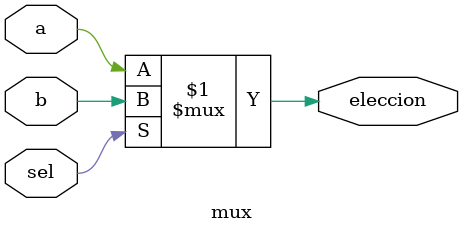
<source format=sv>
`ifndef FLIPFLOP_MUX_SV
`define FLIPFLOP_MUX_SV
module mux (input a, b, sel,
            output eleccion);
    assign eleccion = (sel) ? b : a;
endmodule

`endif
</source>
